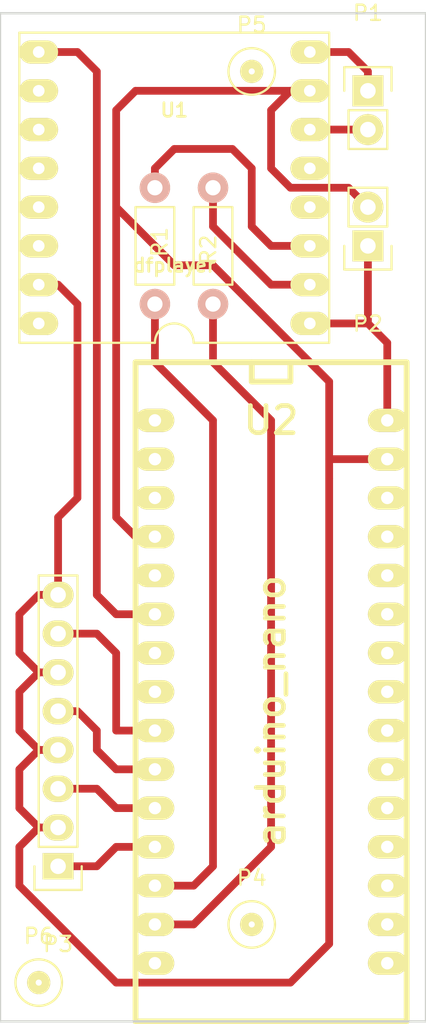
<source format=kicad_pcb>
(kicad_pcb (version 4) (host pcbnew 4.0.2+dfsg1-stable)

  (general
    (links 21)
    (no_connects 0)
    (area 60.884999 25.324999 88.975001 91.515001)
    (thickness 1.6)
    (drawings 4)
    (tracks 90)
    (zones 0)
    (modules 10)
    (nets 14)
  )

  (page A4)
  (layers
    (0 F.Cu signal)
    (31 B.Cu signal)
    (32 B.Adhes user hide)
    (33 F.Adhes user hide)
    (34 B.Paste user hide)
    (35 F.Paste user hide)
    (36 B.SilkS user hide)
    (37 F.SilkS user)
    (38 B.Mask user hide)
    (39 F.Mask user hide)
    (40 Dwgs.User user hide)
    (41 Cmts.User user hide)
    (42 Eco1.User user hide)
    (43 Eco2.User user hide)
    (44 Edge.Cuts user hide)
    (45 Margin user hide)
    (46 B.CrtYd user hide)
    (47 F.CrtYd user hide)
    (48 B.Fab user hide)
    (49 F.Fab user hide)
  )

  (setup
    (last_trace_width 0.508)
    (trace_clearance 0.2032)
    (zone_clearance 0.508)
    (zone_45_only no)
    (trace_min 0.2)
    (segment_width 0.2)
    (edge_width 0.15)
    (via_size 0.6)
    (via_drill 0.4)
    (via_min_size 0.4)
    (via_min_drill 0.3)
    (uvia_size 0.3)
    (uvia_drill 0.1)
    (uvias_allowed no)
    (uvia_min_size 0)
    (uvia_min_drill 0)
    (pcb_text_width 0.3)
    (pcb_text_size 1.5 1.5)
    (mod_edge_width 0.15)
    (mod_text_size 1 1)
    (mod_text_width 0.15)
    (pad_size 2.032 2.032)
    (pad_drill 1.016)
    (pad_to_mask_clearance 0.2)
    (aux_axis_origin 0 0)
    (grid_origin 60.96 91.44)
    (visible_elements FFFCFD1F)
    (pcbplotparams
      (layerselection 0x00000_00000001)
      (usegerberextensions false)
      (excludeedgelayer true)
      (linewidth 0.100000)
      (plotframeref false)
      (viasonmask false)
      (mode 1)
      (useauxorigin false)
      (hpglpennumber 1)
      (hpglpenspeed 20)
      (hpglpendiameter 15)
      (hpglpenoverlay 2)
      (psnegative false)
      (psa4output false)
      (plotreference true)
      (plotvalue true)
      (plotinvisibletext false)
      (padsonsilk false)
      (subtractmaskfromsilk false)
      (outputformat 2)
      (mirror true)
      (drillshape 1)
      (scaleselection 1)
      (outputdirectory plots))
  )

  (net 0 "")
  (net 1 /SPEAKER_2)
  (net 2 /SPEAKER_1)
  (net 3 +5V)
  (net 4 GND)
  (net 5 /BUSY)
  (net 6 /BUTTON_D)
  (net 7 /BUTTON_C)
  (net 8 /BUTTON_B)
  (net 9 /BUTTON_A)
  (net 10 /MCU_TX)
  (net 11 /MP3_RX)
  (net 12 /MP3_TX)
  (net 13 /MCU_RX)

  (net_class Default "This is the default net class."
    (clearance 0.2032)
    (trace_width 0.508)
    (via_dia 0.6)
    (via_drill 0.4)
    (uvia_dia 0.3)
    (uvia_drill 0.1)
    (add_net +5V)
    (add_net /BUSY)
    (add_net /BUTTON_A)
    (add_net /BUTTON_B)
    (add_net /BUTTON_C)
    (add_net /BUTTON_D)
    (add_net /MCU_RX)
    (add_net /MCU_TX)
    (add_net /MP3_RX)
    (add_net /MP3_TX)
    (add_net /SPEAKER_1)
    (add_net /SPEAKER_2)
    (add_net GND)
  )

  (module Pin_Headers:Pin_Header_Straight_1x02 (layer F.Cu) (tedit 57756C24) (tstamp 57476891)
    (at 85.09 30.48)
    (descr "Through hole pin header")
    (tags "pin header")
    (path /574774DC)
    (fp_text reference P1 (at 0 -5.1) (layer F.SilkS)
      (effects (font (size 1 1) (thickness 0.15)))
    )
    (fp_text value Speaker (at 0 -3.1) (layer F.Fab)
      (effects (font (size 1 1) (thickness 0.15)))
    )
    (fp_line (start 1.27 1.27) (end 1.27 3.81) (layer F.SilkS) (width 0.15))
    (fp_line (start 1.55 -1.55) (end 1.55 0) (layer F.SilkS) (width 0.15))
    (fp_line (start -1.75 -1.75) (end -1.75 4.3) (layer F.CrtYd) (width 0.05))
    (fp_line (start 1.75 -1.75) (end 1.75 4.3) (layer F.CrtYd) (width 0.05))
    (fp_line (start -1.75 -1.75) (end 1.75 -1.75) (layer F.CrtYd) (width 0.05))
    (fp_line (start -1.75 4.3) (end 1.75 4.3) (layer F.CrtYd) (width 0.05))
    (fp_line (start 1.27 1.27) (end -1.27 1.27) (layer F.SilkS) (width 0.15))
    (fp_line (start -1.55 0) (end -1.55 -1.55) (layer F.SilkS) (width 0.15))
    (fp_line (start -1.55 -1.55) (end 1.55 -1.55) (layer F.SilkS) (width 0.15))
    (fp_line (start -1.27 1.27) (end -1.27 3.81) (layer F.SilkS) (width 0.15))
    (fp_line (start -1.27 3.81) (end 1.27 3.81) (layer F.SilkS) (width 0.15))
    (pad 1 thru_hole rect (at 0 0) (size 2.032 2.032) (drill 1.016) (layers *.Cu *.Mask F.SilkS)
      (net 1 /SPEAKER_2))
    (pad 2 thru_hole oval (at 0 2.54) (size 2.032 2.032) (drill 1.016) (layers *.Cu *.Mask F.SilkS)
      (net 2 /SPEAKER_1))
    (model Pin_Headers.3dshapes/Pin_Header_Straight_1x02.wrl
      (at (xyz 0 -0.05 0))
      (scale (xyz 1 1 1))
      (rotate (xyz 0 0 90))
    )
  )

  (module Pin_Headers:Pin_Header_Straight_1x02 (layer F.Cu) (tedit 54EA090C) (tstamp 57753023)
    (at 85.09 40.64 180)
    (descr "Through hole pin header")
    (tags "pin header")
    (path /57752FCF)
    (fp_text reference P2 (at 0 -5.1 180) (layer F.SilkS)
      (effects (font (size 1 1) (thickness 0.15)))
    )
    (fp_text value Power (at 0 -3.1 180) (layer F.Fab)
      (effects (font (size 1 1) (thickness 0.15)))
    )
    (fp_line (start 1.27 1.27) (end 1.27 3.81) (layer F.SilkS) (width 0.15))
    (fp_line (start 1.55 -1.55) (end 1.55 0) (layer F.SilkS) (width 0.15))
    (fp_line (start -1.75 -1.75) (end -1.75 4.3) (layer F.CrtYd) (width 0.05))
    (fp_line (start 1.75 -1.75) (end 1.75 4.3) (layer F.CrtYd) (width 0.05))
    (fp_line (start -1.75 -1.75) (end 1.75 -1.75) (layer F.CrtYd) (width 0.05))
    (fp_line (start -1.75 4.3) (end 1.75 4.3) (layer F.CrtYd) (width 0.05))
    (fp_line (start 1.27 1.27) (end -1.27 1.27) (layer F.SilkS) (width 0.15))
    (fp_line (start -1.55 0) (end -1.55 -1.55) (layer F.SilkS) (width 0.15))
    (fp_line (start -1.55 -1.55) (end 1.55 -1.55) (layer F.SilkS) (width 0.15))
    (fp_line (start -1.27 1.27) (end -1.27 3.81) (layer F.SilkS) (width 0.15))
    (fp_line (start -1.27 3.81) (end 1.27 3.81) (layer F.SilkS) (width 0.15))
    (pad 1 thru_hole rect (at 0 0 180) (size 2.032 2.032) (drill 1.016) (layers *.Cu *.Mask F.SilkS)
      (net 3 +5V))
    (pad 2 thru_hole oval (at 0 2.54 180) (size 2.032 2.032) (drill 1.016) (layers *.Cu *.Mask F.SilkS)
      (net 4 GND))
    (model Pin_Headers.3dshapes/Pin_Header_Straight_1x02.wrl
      (at (xyz 0 -0.05 0))
      (scale (xyz 1 1 1))
      (rotate (xyz 0 0 90))
    )
  )

  (module Pin_Headers:Pin_Header_Straight_1x08 (layer F.Cu) (tedit 0) (tstamp 577537E9)
    (at 64.77 81.28 180)
    (descr "Through hole pin header")
    (tags "pin header")
    (path /57753778)
    (fp_text reference P3 (at 0 -5.1 180) (layer F.SilkS)
      (effects (font (size 1 1) (thickness 0.15)))
    )
    (fp_text value Buttons (at 0 -3.1 180) (layer F.Fab)
      (effects (font (size 1 1) (thickness 0.15)))
    )
    (fp_line (start -1.75 -1.75) (end -1.75 19.55) (layer F.CrtYd) (width 0.05))
    (fp_line (start 1.75 -1.75) (end 1.75 19.55) (layer F.CrtYd) (width 0.05))
    (fp_line (start -1.75 -1.75) (end 1.75 -1.75) (layer F.CrtYd) (width 0.05))
    (fp_line (start -1.75 19.55) (end 1.75 19.55) (layer F.CrtYd) (width 0.05))
    (fp_line (start 1.27 1.27) (end 1.27 19.05) (layer F.SilkS) (width 0.15))
    (fp_line (start 1.27 19.05) (end -1.27 19.05) (layer F.SilkS) (width 0.15))
    (fp_line (start -1.27 19.05) (end -1.27 1.27) (layer F.SilkS) (width 0.15))
    (fp_line (start 1.55 -1.55) (end 1.55 0) (layer F.SilkS) (width 0.15))
    (fp_line (start 1.27 1.27) (end -1.27 1.27) (layer F.SilkS) (width 0.15))
    (fp_line (start -1.55 0) (end -1.55 -1.55) (layer F.SilkS) (width 0.15))
    (fp_line (start -1.55 -1.55) (end 1.55 -1.55) (layer F.SilkS) (width 0.15))
    (pad 1 thru_hole rect (at 0 0 180) (size 2.032 1.7272) (drill 1.016) (layers *.Cu *.Mask F.SilkS)
      (net 6 /BUTTON_D))
    (pad 2 thru_hole oval (at 0 2.54 180) (size 2.032 1.7272) (drill 1.016) (layers *.Cu *.Mask F.SilkS)
      (net 4 GND))
    (pad 3 thru_hole oval (at 0 5.08 180) (size 2.032 1.7272) (drill 1.016) (layers *.Cu *.Mask F.SilkS)
      (net 7 /BUTTON_C))
    (pad 4 thru_hole oval (at 0 7.62 180) (size 2.032 1.7272) (drill 1.016) (layers *.Cu *.Mask F.SilkS)
      (net 4 GND))
    (pad 5 thru_hole oval (at 0 10.16 180) (size 2.032 1.7272) (drill 1.016) (layers *.Cu *.Mask F.SilkS)
      (net 8 /BUTTON_B))
    (pad 6 thru_hole oval (at 0 12.7 180) (size 2.032 1.7272) (drill 1.016) (layers *.Cu *.Mask F.SilkS)
      (net 4 GND))
    (pad 7 thru_hole oval (at 0 15.24 180) (size 2.032 1.7272) (drill 1.016) (layers *.Cu *.Mask F.SilkS)
      (net 9 /BUTTON_A))
    (pad 8 thru_hole oval (at 0 17.78 180) (size 2.032 1.7272) (drill 1.016) (layers *.Cu *.Mask F.SilkS)
      (net 4 GND))
    (model Pin_Headers.3dshapes/Pin_Header_Straight_1x08.wrl
      (at (xyz 0 -0.35 0))
      (scale (xyz 1 1 1))
      (rotate (xyz 0 0 90))
    )
  )

  (module Resistors_ThroughHole:Resistor_Horizontal_RM7mm (layer F.Cu) (tedit 569FCF07) (tstamp 57753C7D)
    (at 74.93 44.45 90)
    (descr "Resistor, Axial,  RM 7.62mm, 1/3W,")
    (tags "Resistor Axial RM 7.62mm 1/3W R3")
    (path /57753DFF)
    (fp_text reference R1 (at 4.05892 -3.50012 90) (layer F.SilkS)
      (effects (font (size 1 1) (thickness 0.15)))
    )
    (fp_text value 1k (at 3.81 3.81 90) (layer F.Fab)
      (effects (font (size 1 1) (thickness 0.15)))
    )
    (fp_line (start -1.25 -1.5) (end 8.85 -1.5) (layer F.CrtYd) (width 0.05))
    (fp_line (start -1.25 1.5) (end -1.25 -1.5) (layer F.CrtYd) (width 0.05))
    (fp_line (start 8.85 -1.5) (end 8.85 1.5) (layer F.CrtYd) (width 0.05))
    (fp_line (start -1.25 1.5) (end 8.85 1.5) (layer F.CrtYd) (width 0.05))
    (fp_line (start 1.27 -1.27) (end 6.35 -1.27) (layer F.SilkS) (width 0.15))
    (fp_line (start 6.35 -1.27) (end 6.35 1.27) (layer F.SilkS) (width 0.15))
    (fp_line (start 6.35 1.27) (end 1.27 1.27) (layer F.SilkS) (width 0.15))
    (fp_line (start 1.27 1.27) (end 1.27 -1.27) (layer F.SilkS) (width 0.15))
    (pad 1 thru_hole circle (at 0 0 90) (size 1.99898 1.99898) (drill 1.00076) (layers *.Cu *.SilkS *.Mask)
      (net 10 /MCU_TX))
    (pad 2 thru_hole circle (at 7.62 0 90) (size 1.99898 1.99898) (drill 1.00076) (layers *.Cu *.SilkS *.Mask)
      (net 11 /MP3_RX))
  )

  (module Resistors_ThroughHole:Resistor_Horizontal_RM7mm (layer F.Cu) (tedit 569FCF07) (tstamp 57753C83)
    (at 71.12 36.83 270)
    (descr "Resistor, Axial,  RM 7.62mm, 1/3W,")
    (tags "Resistor Axial RM 7.62mm 1/3W R3")
    (path /57753E38)
    (fp_text reference R2 (at 4.05892 -3.50012 270) (layer F.SilkS)
      (effects (font (size 1 1) (thickness 0.15)))
    )
    (fp_text value 1k (at 3.81 3.81 270) (layer F.Fab)
      (effects (font (size 1 1) (thickness 0.15)))
    )
    (fp_line (start -1.25 -1.5) (end 8.85 -1.5) (layer F.CrtYd) (width 0.05))
    (fp_line (start -1.25 1.5) (end -1.25 -1.5) (layer F.CrtYd) (width 0.05))
    (fp_line (start 8.85 -1.5) (end 8.85 1.5) (layer F.CrtYd) (width 0.05))
    (fp_line (start -1.25 1.5) (end 8.85 1.5) (layer F.CrtYd) (width 0.05))
    (fp_line (start 1.27 -1.27) (end 6.35 -1.27) (layer F.SilkS) (width 0.15))
    (fp_line (start 6.35 -1.27) (end 6.35 1.27) (layer F.SilkS) (width 0.15))
    (fp_line (start 6.35 1.27) (end 1.27 1.27) (layer F.SilkS) (width 0.15))
    (fp_line (start 1.27 1.27) (end 1.27 -1.27) (layer F.SilkS) (width 0.15))
    (pad 1 thru_hole circle (at 0 0 270) (size 1.99898 1.99898) (drill 1.00076) (layers *.Cu *.SilkS *.Mask)
      (net 12 /MP3_TX))
    (pad 2 thru_hole circle (at 7.62 0 270) (size 1.99898 1.99898) (drill 1.00076) (layers *.Cu *.SilkS *.Mask)
      (net 13 /MCU_RX))
  )

  (module arduino:arduino_nano (layer F.Cu) (tedit 5782A603) (tstamp 574768C7)
    (at 78.74 71.12 270)
    (descr "30 pins DIL package, elliptical pads, width 600mil (arduino mini)")
    (tags "DIL arduino mini")
    (path /57476C2C)
    (fp_text reference U2 (at -19.05 0 540) (layer F.SilkS)
      (effects (font (size 1.778 1.778) (thickness 0.3048)))
    )
    (fp_text value arduino_nano (at 0 0 270) (layer F.SilkS)
      (effects (font (size 1.778 1.778) (thickness 0.3048)))
    )
    (fp_line (start 20.32 -8.89) (end 20.32 8.89) (layer F.SilkS) (width 0.381))
    (fp_line (start -22.86 -8.89) (end -22.86 8.89) (layer F.SilkS) (width 0.381))
    (fp_line (start -22.86 -8.89) (end 20.32 -8.89) (layer F.SilkS) (width 0.381))
    (fp_line (start 20.32 8.89) (end -22.86 8.89) (layer F.SilkS) (width 0.381))
    (fp_line (start -22.86 1.27) (end -21.59 1.27) (layer F.SilkS) (width 0.381))
    (fp_line (start -21.59 1.27) (end -21.59 -1.27) (layer F.SilkS) (width 0.381))
    (fp_line (start -21.59 -1.27) (end -22.86 -1.27) (layer F.SilkS) (width 0.381))
    (pad 1 thru_hole oval (at -19.05 7.62 270) (size 1.524 2.54) (drill 0.8128) (layers *.Cu *.Mask F.SilkS))
    (pad 2 thru_hole oval (at -16.51 7.62 270) (size 1.524 2.54) (drill 0.8128) (layers *.Cu *.Mask F.SilkS))
    (pad 3 thru_hole oval (at -13.97 7.62 270) (size 1.524 2.54) (drill 0.8128) (layers *.Cu *.Mask F.SilkS))
    (pad 4 thru_hole oval (at -11.43 7.62 270) (size 1.524 2.54) (drill 0.8128) (layers *.Cu *.Mask F.SilkS)
      (net 4 GND))
    (pad 5 thru_hole oval (at -8.89 7.62 270) (size 1.524 2.54) (drill 0.8128) (layers *.Cu *.Mask F.SilkS))
    (pad 6 thru_hole oval (at -6.35 7.62 270) (size 1.524 2.54) (drill 0.8128) (layers *.Cu *.Mask F.SilkS)
      (net 5 /BUSY))
    (pad 7 thru_hole oval (at -3.81 7.62 270) (size 1.524 2.54) (drill 0.8128) (layers *.Cu *.Mask F.SilkS))
    (pad 8 thru_hole oval (at -1.27 7.62 270) (size 1.524 2.54) (drill 0.8128) (layers *.Cu *.Mask F.SilkS))
    (pad 9 thru_hole oval (at 1.27 7.62 270) (size 1.524 2.54) (drill 0.8128) (layers *.Cu *.Mask F.SilkS)
      (net 9 /BUTTON_A))
    (pad 10 thru_hole oval (at 3.81 7.62 270) (size 1.524 2.54) (drill 0.8128) (layers *.Cu *.Mask F.SilkS)
      (net 8 /BUTTON_B))
    (pad 11 thru_hole oval (at 6.35 7.62 270) (size 1.524 2.54) (drill 0.8128) (layers *.Cu *.Mask F.SilkS)
      (net 7 /BUTTON_C))
    (pad 12 thru_hole oval (at 8.89 7.62 270) (size 1.524 2.54) (drill 0.8128) (layers *.Cu *.Mask F.SilkS)
      (net 6 /BUTTON_D))
    (pad 13 thru_hole oval (at 11.43 7.62 270) (size 1.524 2.54) (drill 0.8128) (layers *.Cu *.Mask F.SilkS)
      (net 13 /MCU_RX))
    (pad 14 thru_hole oval (at 13.97 7.62 270) (size 1.524 2.54) (drill 0.8128) (layers *.Cu *.Mask F.SilkS)
      (net 10 /MCU_TX))
    (pad 15 thru_hole oval (at 16.51 7.62 270) (size 1.524 2.54) (drill 0.8128) (layers *.Cu *.Mask F.SilkS))
    (pad 16 thru_hole oval (at 16.51 -7.62 270) (size 1.524 2.54) (drill 0.8128) (layers *.Cu *.Mask F.SilkS))
    (pad 17 thru_hole oval (at 13.97 -7.62 270) (size 1.524 2.54) (drill 0.8128) (layers *.Cu *.Mask F.SilkS))
    (pad 18 thru_hole oval (at 11.43 -7.62 270) (size 1.524 2.54) (drill 0.8128) (layers *.Cu *.Mask F.SilkS))
    (pad 19 thru_hole oval (at 8.89 -7.62 270) (size 1.524 2.54) (drill 0.8128) (layers *.Cu *.Mask F.SilkS))
    (pad 20 thru_hole oval (at 6.35 -7.62 270) (size 1.524 2.54) (drill 0.8128) (layers *.Cu *.Mask F.SilkS))
    (pad 21 thru_hole oval (at 3.81 -7.62 270) (size 1.524 2.54) (drill 0.8128) (layers *.Cu *.Mask F.SilkS))
    (pad 22 thru_hole oval (at 1.27 -7.62 270) (size 1.524 2.54) (drill 0.8128) (layers *.Cu *.Mask F.SilkS))
    (pad 23 thru_hole oval (at -1.27 -7.62 270) (size 1.524 2.54) (drill 0.8128) (layers *.Cu *.Mask F.SilkS))
    (pad 24 thru_hole oval (at -3.81 -7.62 270) (size 1.524 2.54) (drill 0.8128) (layers *.Cu *.Mask F.SilkS))
    (pad 25 thru_hole oval (at -6.35 -7.62 270) (size 1.524 2.54) (drill 0.8128) (layers *.Cu *.Mask F.SilkS))
    (pad 26 thru_hole oval (at -8.89 -7.62 270) (size 1.524 2.54) (drill 0.8128) (layers *.Cu *.Mask F.SilkS))
    (pad 27 thru_hole oval (at -11.43 -7.62 270) (size 1.524 2.54) (drill 0.8128) (layers *.Cu *.Mask F.SilkS))
    (pad 28 thru_hole oval (at -13.97 -7.62 270) (size 1.524 2.54) (drill 0.8128) (layers *.Cu *.Mask F.SilkS))
    (pad 29 thru_hole oval (at -16.51 -7.62 270) (size 1.524 2.54) (drill 0.8128) (layers *.Cu *.Mask F.SilkS)
      (net 4 GND))
    (pad 30 thru_hole oval (at -19.05 -7.62 270) (size 1.524 2.54) (drill 0.8128) (layers *.Cu *.Mask F.SilkS)
      (net 3 +5V))
  )

  (module dfplayer:DFPlayer (layer F.Cu) (tedit 5782A686) (tstamp 577E9E0A)
    (at 72.39 36.83 90)
    (path /57477441)
    (fp_text reference U1 (at 5.08 0 180) (layer F.SilkS)
      (effects (font (size 0.889 0.889) (thickness 0.1778)))
    )
    (fp_text value dfplayer (at -5.08 0 180) (layer F.SilkS)
      (effects (font (size 0.889 0.889) (thickness 0.1778)))
    )
    (fp_line (start -10.16 1.27) (end -10.16 10.16) (layer F.SilkS) (width 0.15))
    (fp_line (start -10.16 10.16) (end 10.16 10.16) (layer F.SilkS) (width 0.15))
    (fp_line (start 10.16 10.16) (end 10.16 -10.16) (layer F.SilkS) (width 0.15))
    (fp_line (start 10.16 -10.16) (end -10.16 -10.16) (layer F.SilkS) (width 0.15))
    (fp_line (start -10.16 -10.16) (end -10.16 -1.27) (layer F.SilkS) (width 0.15))
    (fp_arc (start -10.16 0) (end -10.16 -1.27) (angle 90) (layer F.SilkS) (width 0.15))
    (fp_arc (start -10.16 0) (end -8.89 0) (angle 90) (layer F.SilkS) (width 0.15))
    (pad 1 thru_hole oval (at -8.89 8.89 270) (size 1.524 2.54) (drill 0.762) (layers *.Cu *.Mask F.SilkS)
      (net 3 +5V))
    (pad 2 thru_hole oval (at -6.35 8.89 270) (size 1.524 2.54) (drill 0.762) (layers *.Cu *.Mask F.SilkS)
      (net 11 /MP3_RX))
    (pad 3 thru_hole oval (at -3.81 8.89 270) (size 1.524 2.54) (drill 0.762) (layers *.Cu *.Mask F.SilkS)
      (net 12 /MP3_TX))
    (pad 4 thru_hole oval (at -1.27 8.89 270) (size 1.524 2.54) (drill 0.762) (layers *.Cu *.Mask F.SilkS))
    (pad 5 thru_hole oval (at 1.27 8.89 270) (size 1.524 2.54) (drill 0.762) (layers *.Cu *.Mask F.SilkS))
    (pad 6 thru_hole oval (at 3.81 8.89 270) (size 1.524 2.54) (drill 0.762) (layers *.Cu *.Mask F.SilkS)
      (net 2 /SPEAKER_1))
    (pad 7 thru_hole oval (at 6.35 8.89 270) (size 1.524 2.54) (drill 0.762) (layers *.Cu *.Mask F.SilkS)
      (net 4 GND))
    (pad 8 thru_hole oval (at 8.89 8.89 270) (size 1.524 2.54) (drill 0.762) (layers *.Cu *.Mask F.SilkS)
      (net 1 /SPEAKER_2))
    (pad 9 thru_hole oval (at -8.89 -8.89 270) (size 1.524 2.54) (drill 0.762) (layers *.Cu *.Mask F.SilkS))
    (pad 10 thru_hole oval (at -6.35 -8.89 270) (size 1.524 2.54) (drill 0.762) (layers *.Cu *.Mask F.SilkS)
      (net 4 GND))
    (pad 11 thru_hole oval (at -3.81 -8.89 270) (size 1.524 2.54) (drill 0.762) (layers *.Cu *.Mask F.SilkS))
    (pad 12 thru_hole oval (at -1.27 -8.89 270) (size 1.524 2.54) (drill 0.762) (layers *.Cu *.Mask F.SilkS))
    (pad 13 thru_hole oval (at 1.27 -8.89 270) (size 1.524 2.54) (drill 0.762) (layers *.Cu *.Mask F.SilkS))
    (pad 14 thru_hole oval (at 3.81 -8.89 270) (size 1.524 2.54) (drill 0.762) (layers *.Cu *.Mask F.SilkS))
    (pad 15 thru_hole oval (at 6.35 -8.89 270) (size 1.524 2.54) (drill 0.762) (layers *.Cu *.Mask F.SilkS))
    (pad 16 thru_hole oval (at 8.89 -8.89 270) (size 1.524 2.54) (drill 0.762) (layers *.Cu *.Mask F.SilkS)
      (net 5 /BUSY))
  )

  (module missing-parts:alignment (layer F.Cu) (tedit 5782AADE) (tstamp 5775691A)
    (at 77.47 29.21)
    (tags DEV)
    (path /577565C1)
    (fp_text reference P5 (at 0 -3.048) (layer F.SilkS)
      (effects (font (size 1 1) (thickness 0.15)))
    )
    (fp_text value "Alignment 2" (at 0 2.794) (layer F.Fab)
      (effects (font (size 1 1) (thickness 0.15)))
    )
    (fp_circle (center 0 0) (end 0 1.524) (layer F.SilkS) (width 0.15))
    (pad 1 thru_hole circle (at 0 0) (size 1.524 1.524) (drill 0.4) (layers *.Cu *.Mask F.SilkS))
  )

  (module missing-parts:alignment (layer F.Cu) (tedit 5782AADE) (tstamp 5782AFD1)
    (at 63.5 88.9)
    (tags DEV)
    (path /5782AB31)
    (fp_text reference P6 (at 0 -3.048) (layer F.SilkS)
      (effects (font (size 1 1) (thickness 0.15)))
    )
    (fp_text value "Alignment 3" (at 0 2.794) (layer F.Fab)
      (effects (font (size 1 1) (thickness 0.15)))
    )
    (fp_circle (center 0 0) (end 0 1.524) (layer F.SilkS) (width 0.15))
    (pad 1 thru_hole circle (at 0 0) (size 1.524 1.524) (drill 0.4) (layers *.Cu *.Mask F.SilkS))
  )

  (module missing-parts:alignment (layer F.Cu) (tedit 5782AADE) (tstamp 57756915)
    (at 77.47 85.09)
    (tags DEV)
    (path /57756530)
    (fp_text reference P4 (at 0 -3.048) (layer F.SilkS)
      (effects (font (size 1 1) (thickness 0.15)))
    )
    (fp_text value "Alignment 1" (at 0 2.794) (layer F.Fab)
      (effects (font (size 1 1) (thickness 0.15)))
    )
    (fp_circle (center 0 0) (end 0 1.524) (layer F.SilkS) (width 0.15))
    (pad 1 thru_hole circle (at 0 0) (size 1.524 1.524) (drill 0.4) (layers *.Cu *.Mask F.SilkS))
  )

  (gr_line (start 60.96 91.44) (end 60.96 25.4) (angle 90) (layer Edge.Cuts) (width 0.15))
  (gr_line (start 88.9 91.44) (end 60.96 91.44) (angle 90) (layer Edge.Cuts) (width 0.15))
  (gr_line (start 88.9 25.4) (end 88.9 91.44) (angle 90) (layer Edge.Cuts) (width 0.15))
  (gr_line (start 60.96 25.4) (end 88.9 25.4) (angle 90) (layer Edge.Cuts) (width 0.15))

  (segment (start 81.28 27.94) (end 83.82 27.94) (width 0.508) (layer F.Cu) (net 1))
  (segment (start 85.09 29.21) (end 85.09 30.48) (width 0.508) (layer F.Cu) (net 1) (tstamp 5782AE9C))
  (segment (start 83.82 27.94) (end 85.09 29.21) (width 0.508) (layer F.Cu) (net 1) (tstamp 5782AE9B))
  (segment (start 85.09 33.02) (end 81.28 33.02) (width 0.508) (layer F.Cu) (net 2))
  (segment (start 85.09 40.64) (end 85.09 45.72) (width 0.508) (layer F.Cu) (net 3))
  (segment (start 81.28 45.72) (end 85.09 45.72) (width 0.508) (layer F.Cu) (net 3))
  (segment (start 86.36 46.99) (end 86.36 52.07) (width 0.508) (layer F.Cu) (net 3) (tstamp 5782AEA2))
  (segment (start 85.09 45.72) (end 86.36 46.99) (width 0.508) (layer F.Cu) (net 3) (tstamp 5782AEA1))
  (segment (start 64.77 63.5) (end 64.77 58.42) (width 0.508) (layer F.Cu) (net 4))
  (segment (start 64.77 43.18) (end 63.5 43.18) (width 0.508) (layer F.Cu) (net 4) (tstamp 5782AFF8))
  (segment (start 66.04 44.45) (end 64.77 43.18) (width 0.508) (layer F.Cu) (net 4) (tstamp 5782AFF7))
  (segment (start 66.04 57.15) (end 66.04 44.45) (width 0.508) (layer F.Cu) (net 4) (tstamp 5782AFF6))
  (segment (start 64.77 58.42) (end 66.04 57.15) (width 0.508) (layer F.Cu) (net 4) (tstamp 5782AFF5))
  (segment (start 71.12 59.69) (end 69.85 59.69) (width 0.508) (layer F.Cu) (net 4))
  (segment (start 68.58 58.42) (end 68.58 38.1) (width 0.508) (layer F.Cu) (net 4) (tstamp 5782AFF1))
  (segment (start 69.85 59.69) (end 68.58 58.42) (width 0.508) (layer F.Cu) (net 4) (tstamp 5782AFF0))
  (segment (start 86.36 54.61) (end 82.55 54.61) (width 0.508) (layer F.Cu) (net 4))
  (segment (start 74.93 41.91) (end 82.55 49.53) (width 0.508) (layer F.Cu) (net 4))
  (segment (start 72.39 41.91) (end 68.58 38.1) (width 0.508) (layer F.Cu) (net 4) (tstamp 5782AEF7))
  (segment (start 68.58 38.1) (end 68.58 31.75) (width 0.508) (layer F.Cu) (net 4) (tstamp 5782AEF9))
  (segment (start 68.58 31.75) (end 69.85 30.48) (width 0.508) (layer F.Cu) (net 4) (tstamp 5782AEFB))
  (segment (start 74.93 41.91) (end 72.39 41.91) (width 0.508) (layer F.Cu) (net 4))
  (segment (start 81.28 30.48) (end 69.85 30.48) (width 0.508) (layer F.Cu) (net 4))
  (segment (start 82.55 49.53) (end 82.55 54.61) (width 0.508) (layer F.Cu) (net 4) (tstamp 5782AFE2))
  (segment (start 82.55 54.61) (end 82.55 55.88) (width 0.508) (layer F.Cu) (net 4) (tstamp 5782AFE8))
  (segment (start 82.55 86.36) (end 82.55 55.88) (width 0.508) (layer F.Cu) (net 4))
  (segment (start 62.23 80.01) (end 62.23 82.55) (width 0.508) (layer F.Cu) (net 4) (tstamp 5782AED6))
  (segment (start 62.23 82.55) (end 68.58 88.9) (width 0.508) (layer F.Cu) (net 4) (tstamp 5782AED7))
  (segment (start 68.58 88.9) (end 80.01 88.9) (width 0.508) (layer F.Cu) (net 4) (tstamp 5782AED9))
  (segment (start 80.01 88.9) (end 82.55 86.36) (width 0.508) (layer F.Cu) (net 4) (tstamp 5782AEDB))
  (segment (start 63.5 78.74) (end 62.23 80.01) (width 0.508) (layer F.Cu) (net 4))
  (segment (start 85.09 38.1) (end 83.82 36.83) (width 0.508) (layer F.Cu) (net 4))
  (segment (start 80.01 30.48) (end 81.28 30.48) (width 0.508) (layer F.Cu) (net 4) (tstamp 5782AECE))
  (segment (start 78.74 31.75) (end 80.01 30.48) (width 0.508) (layer F.Cu) (net 4) (tstamp 5782AECD))
  (segment (start 78.74 35.56) (end 78.74 31.75) (width 0.508) (layer F.Cu) (net 4) (tstamp 5782AECC))
  (segment (start 80.01 36.83) (end 78.74 35.56) (width 0.508) (layer F.Cu) (net 4) (tstamp 5782AECB))
  (segment (start 83.82 36.83) (end 80.01 36.83) (width 0.508) (layer F.Cu) (net 4) (tstamp 5782AECA))
  (segment (start 63.5 73.66) (end 62.23 74.93) (width 0.508) (layer F.Cu) (net 4))
  (segment (start 63.5 78.74) (end 64.77 78.74) (width 0.508) (layer F.Cu) (net 4) (tstamp 5782AE60))
  (segment (start 62.23 77.47) (end 63.5 78.74) (width 0.508) (layer F.Cu) (net 4) (tstamp 5782AE5F))
  (segment (start 62.23 74.93) (end 62.23 77.47) (width 0.508) (layer F.Cu) (net 4) (tstamp 5782AE5E))
  (segment (start 63.5 68.58) (end 62.23 69.85) (width 0.508) (layer F.Cu) (net 4))
  (segment (start 63.5 73.66) (end 64.77 73.66) (width 0.508) (layer F.Cu) (net 4) (tstamp 5782AE5B))
  (segment (start 62.23 72.39) (end 63.5 73.66) (width 0.508) (layer F.Cu) (net 4) (tstamp 5782AE5A))
  (segment (start 62.23 69.85) (end 62.23 72.39) (width 0.508) (layer F.Cu) (net 4) (tstamp 5782AE59))
  (segment (start 64.77 63.5) (end 63.5 63.5) (width 0.508) (layer F.Cu) (net 4))
  (segment (start 63.5 68.58) (end 64.77 68.58) (width 0.508) (layer F.Cu) (net 4) (tstamp 5782AE56))
  (segment (start 62.23 67.31) (end 63.5 68.58) (width 0.508) (layer F.Cu) (net 4) (tstamp 5782AE55))
  (segment (start 62.23 64.77) (end 62.23 67.31) (width 0.508) (layer F.Cu) (net 4) (tstamp 5782AE54))
  (segment (start 63.5 63.5) (end 62.23 64.77) (width 0.508) (layer F.Cu) (net 4) (tstamp 5782AE53))
  (segment (start 71.12 64.77) (end 68.58 64.77) (width 0.508) (layer F.Cu) (net 5))
  (segment (start 66.04 27.94) (end 63.5 27.94) (width 0.508) (layer F.Cu) (net 5) (tstamp 5782AE98))
  (segment (start 67.31 29.21) (end 66.04 27.94) (width 0.508) (layer F.Cu) (net 5) (tstamp 5782AE97))
  (segment (start 67.31 63.5) (end 67.31 29.21) (width 0.508) (layer F.Cu) (net 5) (tstamp 5782AE96))
  (segment (start 68.58 64.77) (end 67.31 63.5) (width 0.508) (layer F.Cu) (net 5) (tstamp 5782AE95))
  (segment (start 64.77 81.28) (end 67.31 81.28) (width 0.508) (layer F.Cu) (net 6))
  (segment (start 68.58 80.01) (end 71.12 80.01) (width 0.508) (layer F.Cu) (net 6) (tstamp 5782AE1B))
  (segment (start 67.31 81.28) (end 68.58 80.01) (width 0.508) (layer F.Cu) (net 6) (tstamp 5782AE1A))
  (segment (start 71.12 77.47) (end 68.58 77.47) (width 0.508) (layer F.Cu) (net 7))
  (segment (start 67.31 76.2) (end 64.77 76.2) (width 0.508) (layer F.Cu) (net 7) (tstamp 5782AE1F))
  (segment (start 68.58 77.47) (end 67.31 76.2) (width 0.508) (layer F.Cu) (net 7) (tstamp 5782AE1E))
  (segment (start 71.12 74.93) (end 68.58 74.93) (width 0.508) (layer F.Cu) (net 8))
  (segment (start 66.04 71.12) (end 64.77 71.12) (width 0.508) (layer F.Cu) (net 8) (tstamp 5782AE25))
  (segment (start 67.31 72.39) (end 66.04 71.12) (width 0.508) (layer F.Cu) (net 8) (tstamp 5782AE24))
  (segment (start 67.31 73.66) (end 67.31 72.39) (width 0.508) (layer F.Cu) (net 8) (tstamp 5782AE23))
  (segment (start 68.58 74.93) (end 67.31 73.66) (width 0.508) (layer F.Cu) (net 8) (tstamp 5782AE22))
  (segment (start 71.12 72.39) (end 68.58 72.39) (width 0.508) (layer F.Cu) (net 9))
  (segment (start 67.31 66.04) (end 64.77 66.04) (width 0.508) (layer F.Cu) (net 9) (tstamp 5782AE2A))
  (segment (start 68.58 67.31) (end 67.31 66.04) (width 0.508) (layer F.Cu) (net 9) (tstamp 5782AE29))
  (segment (start 68.58 72.39) (end 68.58 67.31) (width 0.508) (layer F.Cu) (net 9) (tstamp 5782AE28))
  (segment (start 73.66 85.09) (end 71.12 85.09) (width 0.508) (layer F.Cu) (net 10) (tstamp 5782AE8C))
  (segment (start 78.74 80.01) (end 73.66 85.09) (width 0.508) (layer F.Cu) (net 10) (tstamp 5782AE8B))
  (segment (start 78.74 52.07) (end 78.74 80.01) (width 0.508) (layer F.Cu) (net 10) (tstamp 5782AE8A))
  (segment (start 74.93 44.45) (end 74.93 48.26) (width 0.508) (layer F.Cu) (net 10))
  (segment (start 74.93 48.26) (end 78.74 52.07) (width 0.508) (layer F.Cu) (net 10) (tstamp 5782AE89))
  (segment (start 74.93 36.83) (end 74.93 39.37) (width 0.508) (layer F.Cu) (net 11))
  (segment (start 74.93 39.37) (end 78.74 43.18) (width 0.508) (layer F.Cu) (net 11) (tstamp 5782A7F6))
  (segment (start 78.74 43.18) (end 81.28 43.18) (width 0.508) (layer F.Cu) (net 11) (tstamp 5782A7F7))
  (segment (start 71.12 36.83) (end 71.12 35.56) (width 0.508) (layer F.Cu) (net 12))
  (segment (start 78.74 40.64) (end 81.28 40.64) (width 0.508) (layer F.Cu) (net 12) (tstamp 5782A80A))
  (segment (start 77.47 39.37) (end 78.74 40.64) (width 0.508) (layer F.Cu) (net 12) (tstamp 5782A809))
  (segment (start 77.47 35.56) (end 77.47 39.37) (width 0.508) (layer F.Cu) (net 12) (tstamp 5782A808))
  (segment (start 76.2 34.29) (end 77.47 35.56) (width 0.508) (layer F.Cu) (net 12) (tstamp 5782A807))
  (segment (start 72.39 34.29) (end 76.2 34.29) (width 0.508) (layer F.Cu) (net 12) (tstamp 5782A806))
  (segment (start 71.12 35.56) (end 72.39 34.29) (width 0.508) (layer F.Cu) (net 12) (tstamp 5782A805))
  (segment (start 71.12 82.55) (end 73.66 82.55) (width 0.508) (layer F.Cu) (net 13))
  (segment (start 71.12 48.26) (end 71.12 44.45) (width 0.508) (layer F.Cu) (net 13) (tstamp 5782AE86))
  (segment (start 74.93 52.07) (end 71.12 48.26) (width 0.508) (layer F.Cu) (net 13) (tstamp 5782AE85))
  (segment (start 74.93 81.28) (end 74.93 52.07) (width 0.508) (layer F.Cu) (net 13) (tstamp 5782AE84))
  (segment (start 73.66 82.55) (end 74.93 81.28) (width 0.508) (layer F.Cu) (net 13) (tstamp 5782AE83))

  (zone (net 4) (net_name GND) (layer B.Cu) (tstamp 57789B0E) (hatch edge 0.508)
    (connect_pads (clearance 0.508))
    (min_thickness 0.254)
    (fill (arc_segments 16) (thermal_gap 0.508) (thermal_bridge_width 0.508))
    (polygon
      (pts
        (xy 88.9 91.44) (xy 60.96 91.44) (xy 60.96 25.4) (xy 88.9 25.4) (xy 88.9 91.44)
      )
    )
  )
  (zone (net 4) (net_name GND) (layer F.Cu) (tstamp 57789B0A) (hatch edge 0.508)
    (connect_pads (clearance 0.508))
    (min_thickness 0.254)
    (fill (arc_segments 16) (thermal_gap 0.508) (thermal_bridge_width 0.508))
    (polygon
      (pts
        (xy 88.9 91.44) (xy 60.96 91.44) (xy 60.96 25.4) (xy 88.9 25.4) (xy 88.9 91.44)
      )
    )
  )
)

</source>
